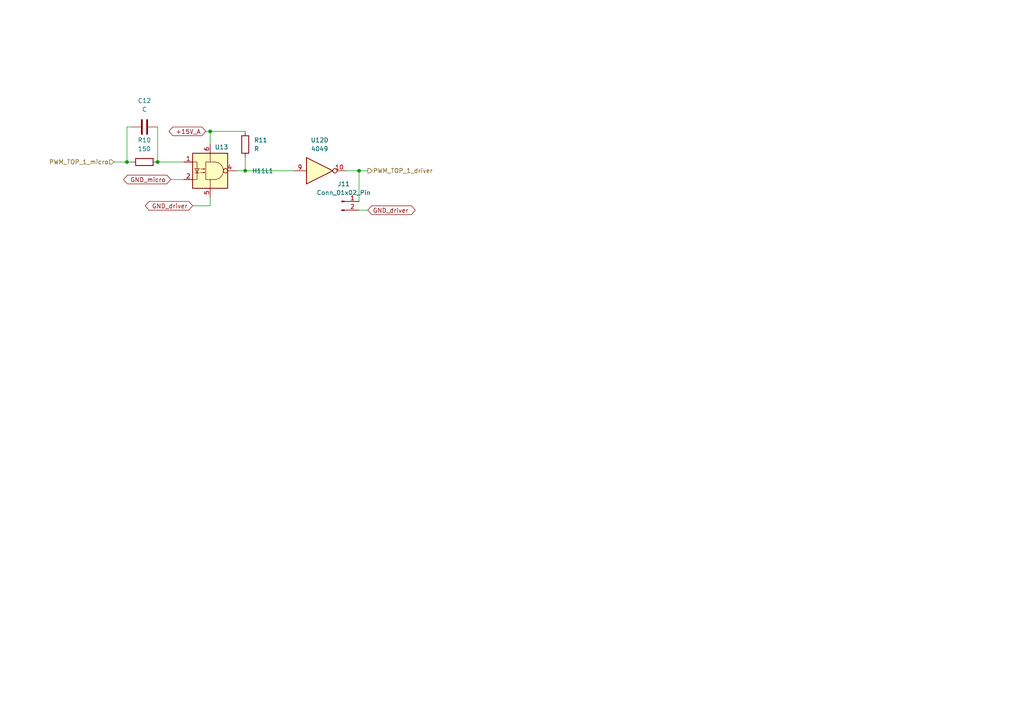
<source format=kicad_sch>
(kicad_sch (version 20231120) (generator "eeschema") (generator_version "8.0")
  (paper "A4")
  (lib_symbols
    (symbol "4xxx:4049" (pin_names (offset 1.016))
      (property "Reference" "U" (at 0 1.27 0))
      (property "Value" "4049" (at 0 -1.27 0))
      (symbol "4049_1_0"
        (polyline (pts (xy -3.81 3.81) (xy -3.81 -3.81) (xy 3.81 0) (xy -3.81 3.81)) (stroke (width 0.254)) (fill (type background)))
        (pin output inverted (at 7.62 0 180) (length 3.81) (name "~") (number "2"))
        (pin input line (at -7.62 0 0) (length 3.81) (name "~") (number "3"))
      )
      (symbol "4049_2_0"
        (polyline (pts (xy -3.81 3.81) (xy -3.81 -3.81) (xy 3.81 0) (xy -3.81 3.81)) (stroke (width 0.254)) (fill (type background)))
        (pin output inverted (at 7.62 0 180) (length 3.81) (name "~") (number "4"))
        (pin input line (at -7.62 0 0) (length 3.81) (name "~") (number "5"))
      )
      (symbol "4049_3_0"
        (polyline (pts (xy -3.81 3.81) (xy -3.81 -3.81) (xy 3.81 0) (xy -3.81 3.81)) (stroke (width 0.254)) (fill (type background)))
        (pin output inverted (at 7.62 0 180) (length 3.81) (name "~") (number "6"))
        (pin input line (at -7.62 0 0) (length 3.81) (name "~") (number "7"))
      )
      (symbol "4049_4_0"
        (polyline (pts (xy -3.81 3.81) (xy -3.81 -3.81) (xy 3.81 0) (xy -3.81 3.81)) (stroke (width 0.254)) (fill (type background)))
        (pin output inverted (at 7.62 0 180) (length 3.81) (name "~") (number "10"))
        (pin input line (at -7.62 0 0) (length 3.81) (name "~") (number "9"))
      )
      (symbol "4049_5_0"
        (polyline (pts (xy -3.81 3.81) (xy -3.81 -3.81) (xy 3.81 0) (xy -3.81 3.81)) (stroke (width 0.254)) (fill (type background)))
        (pin input line (at -7.62 0 0) (length 3.81) (name "~") (number "11"))
        (pin output inverted (at 7.62 0 180) (length 3.81) (name "~") (number "12"))
      )
      (symbol "4049_6_0"
        (polyline (pts (xy -3.81 3.81) (xy -3.81 -3.81) (xy 3.81 0) (xy -3.81 3.81)) (stroke (width 0.254)) (fill (type background)))
        (pin input line (at -7.62 0 0) (length 3.81) (name "~") (number "14"))
        (pin output inverted (at 7.62 0 180) (length 3.81) (name "~") (number "15"))
      )
      (symbol "4049_7_0"
        (pin power_in line (at 0 12.7 270) (length 5.08) (name "VCC") (number "1"))
        (pin power_in line (at 0 -12.7 90) (length 5.08) (name "VSS") (number "8"))
      )
      (symbol "4049_7_1"
        (rectangle (start -5.08 7.62) (end 5.08 -7.62) (stroke (width 0.254)) (fill (type background)))
      )
    )
    (symbol "Connector:Conn_01x02_Pin" (pin_names (offset 1.016) hide)
      (property "Reference" "J" (at 0 2.54 0))
      (property "Value" "Conn_01x02_Pin" (at 0 -5.08 0))
      (symbol "Conn_01x02_Pin_1_1"
        (polyline (pts (xy 1.27 -2.54) (xy 0.8636 -2.54)) (stroke (width 0.1524)))
        (polyline (pts (xy 1.27 0) (xy 0.8636 0)) (stroke (width 0.1524)))
        (rectangle (start 0.8636 -2.413) (end 0 -2.667) (stroke (width 0.1524)) (fill (type outline)))
        (rectangle (start 0.8636 0.127) (end 0 -0.127) (stroke (width 0.1524)) (fill (type outline)))
        (pin passive line (at 5.08 0 180) (length 3.81) (name "Pin_1") (number "1"))
        (pin passive line (at 5.08 -2.54 180) (length 3.81) (name "Pin_2") (number "2"))
      )
    )
    (symbol "Device:C" (pin_numbers hide) (pin_names (offset 0.254))
      (property "Reference" "C" (at 0.635 2.54 0))
      (property "Value" "C" (at 0.635 -2.54 0))
      (symbol "C_0_1"
        (polyline (pts (xy -2.032 -0.762) (xy 2.032 -0.762)) (stroke (width 0.508)))
        (polyline (pts (xy -2.032 0.762) (xy 2.032 0.762)) (stroke (width 0.508)))
      )
      (symbol "C_1_1"
        (pin passive line (at 0 3.81 270) (length 2.794) (name "~") (number "1"))
        (pin passive line (at 0 -3.81 90) (length 2.794) (name "~") (number "2"))
      )
    )
    (symbol "Device:R" (pin_numbers hide) (pin_names (offset 0))
      (property "Reference" "R" (at 2.032 0 90))
      (property "Value" "R" (at 0 0 90))
      (symbol "R_0_1"
        (rectangle (start -1.016 -2.54) (end 1.016 2.54) (stroke (width 0.254)))
      )
      (symbol "R_1_1"
        (pin passive line (at 0 3.81 270) (length 1.27) (name "~") (number "1"))
        (pin passive line (at 0 -3.81 90) (length 1.27) (name "~") (number "2"))
      )
    )
    (symbol "Isolator:H11L1" (pin_names (offset 1.016))
      (property "Reference" "U" (at 1.27 8.89 0))
      (property "Value" "H11L1" (at 1.27 6.35 0))
      (symbol "H11L1_0_1"
        (rectangle (start -5.08 5.08) (end 5.08 -5.08) (stroke (width 0.254)) (fill (type background)))
        (polyline (pts (xy -4.445 -0.635) (xy -3.175 -0.635)))
        (polyline (pts (xy 0 2.54) (xy 0 5.08)))
        (polyline (pts (xy 0 -2.54) (xy 0 -5.08) (xy 0 -3.81)))
        (polyline (pts (xy -5.08 -2.54) (xy -3.81 -2.54) (xy -3.81 2.54) (xy -5.08 2.54)))
        (polyline (pts (xy -3.81 -0.635) (xy -4.445 0.635) (xy -3.175 0.635) (xy -3.81 -0.635)))
        (polyline (pts (xy 1.27 -2.54) (xy -1.27 -2.54) (xy -1.27 2.54) (xy 1.27 2.54)))
        (polyline (pts (xy -2.794 -0.508) (xy -1.524 -0.508) (xy -1.905 -0.635) (xy -1.905 -0.381) (xy -1.524 -0.508)))
        (polyline (pts (xy -2.794 0.508) (xy -1.524 0.508) (xy -1.905 0.381) (xy -1.905 0.635) (xy -1.524 0.508)))
        (arc (start 1.27 -2.54) (mid 3.799 0) (end 1.27 2.54))
      )
      (symbol "H11L1_1_1"
        (pin passive line (at -7.62 2.54 0) (length 2.54) (name "~") (number "1"))
        (pin passive line (at -7.62 -2.54 0) (length 2.54) (name "~") (number "2"))
        (pin no_connect line (at -5.08 0 0) (length 2.54) hide (name "~") (number "3"))
        (pin output inverted (at 7.62 0 180) (length 3.81) (name "~") (number "4"))
        (pin power_in line (at 0 -7.62 90) (length 2.54) (name "~") (number "5"))
        (pin power_in line (at 0 7.62 270) (length 2.54) (name "~") (number "6"))
      )
    )
  )
  (junction (at 104.14 49.53))
  (junction (at 71.12 49.53))
  (junction (at 45.72 46.99))
  (junction (at 36.83 46.99))
  (junction (at 60.96 38.1))
  (wire (pts (xy 104.14 60.96) (xy 106.68 60.96)))
  (wire (pts (xy 53.34 52.07) (xy 49.53 52.07)))
  (wire (pts (xy 45.6866 46.99) (xy 45.72 46.99)))
  (wire (pts (xy 45.72 36.83) (xy 45.72 46.99)))
  (wire (pts (xy 68.58 49.53) (xy 71.12 49.53)))
  (wire (pts (xy 104.14 49.53) (xy 104.14 58.42)))
  (wire (pts (xy 55.88 59.69) (xy 60.96 59.69)))
  (wire (pts (xy 71.12 38.1) (xy 60.96 38.1)))
  (wire (pts (xy 59.69 38.1) (xy 60.96 38.1)))
  (wire (pts (xy 60.96 38.1) (xy 60.96 41.91)))
  (wire (pts (xy 38.0666 46.99) (xy 36.83 46.99)))
  (wire (pts (xy 104.14 49.53) (xy 100.33 49.53)))
  (wire (pts (xy 71.12 45.72) (xy 71.12 49.53)))
  (wire (pts (xy 38.1 36.83) (xy 36.83 36.83)))
  (wire (pts (xy 60.96 59.69) (xy 60.96 57.15)))
  (wire (pts (xy 36.83 46.99) (xy 33.02 46.99)))
  (wire (pts (xy 71.12 49.53) (xy 85.09 49.53)))
  (wire (pts (xy 36.83 36.83) (xy 36.83 46.99)))
  (wire (pts (xy 45.72 46.99) (xy 53.34 46.99)))
  (wire (pts (xy 104.14 49.53) (xy 106.68 49.53)))
  (global_label "GND_micro" (shape bidirectional) (at 49.53 52.07 180) (property "Intersheetrefs" "${INTERSHEET_REFS}" (effects (hide yes))))
  (global_label "+15V_A" (shape bidirectional) (at 59.69 38.1 180) (property "Intersheetrefs" "${INTERSHEET_REFS}" (effects (hide yes))))
  (global_label "GND_driver" (shape bidirectional) (at 55.88 59.69 180) (property "Intersheetrefs" "${INTERSHEET_REFS}" (effects (hide yes))))
  (global_label "GND_driver" (shape bidirectional) (at 106.68 60.96 0) (property "Intersheetrefs" "${INTERSHEET_REFS}" (effects (hide yes))))
  (hierarchical_label "PWM_TOP_1_driver" (shape output) (at 106.68 49.53 0))
  (hierarchical_label "PWM_TOP_1_micro" (shape input) (at 33.02 46.99 180))
  (symbol (lib_id "Connector:Conn_01x02_Pin") (at 99.06 58.42 0) (unit 1)
    (property "Reference" "J11" (at 99.695 53.34 0))
    (property "Value" "Conn_01x02_Pin" (at 99.695 55.88 0))
    (property "Description" "Generic connector, single row, 01x02, script generated" (effects (hide yes)))
  )
  (symbol (lib_id "Isolator:H11L1") (at 60.96 49.53 0) (unit 1)
    (property "Reference" "U13" (at 64.262 42.672 0))
    (property "Value" "H11L1" (at 76.2 49.5614 0))
    (property "Datasheet" "https://www.onsemi.com/pub/Collateral/H11L3M-D.PDF" (effects (hide yes)))
    (property "Description" "Schmitt Trigger Output Optocoupler, High Speed, DIP-6, 1.6mA turn on threshold" (effects (hide yes)))
  )
  (symbol (lib_id "Device:C") (at 41.91 36.83 90) (unit 1)
    (property "Reference" "C12" (at 41.91 29.21 90))
    (property "Value" "C" (at 41.91 31.75 90))
    (property "Description" "Unpolarized capacitor" (effects (hide yes)))
  )
  (symbol (lib_id "Device:R") (at 71.12 41.91 0) (unit 1)
    (property "Reference" "R11" (at 73.66 40.6399 0) (effects (justify left)))
    (property "Value" "R" (at 73.66 43.1799 0) (effects (justify left)))
    (property "Description" "Resistor" (effects (hide yes)))
  )
  (symbol (lib_id "4xxx:4049") (at 92.71 49.53 0) (unit 4)
    (property "Reference" "U12" (at 92.71 40.64 0))
    (property "Value" "4049" (at 92.71 43.18 0))
    (property "Datasheet" "http://www.intersil.com/content/dam/intersil/documents/cd40/cd4049ubms.pdf" (effects (hide yes)))
    (property "Description" "Hex Buffer Inverter" (effects (hide yes)))
  )
  (symbol (lib_id "Device:R") (at 41.8766 46.99 90) (unit 1)
    (property "Reference" "R10" (at 41.8766 40.64 90))
    (property "Value" "150" (at 41.8766 43.18 90))
    (property "Description" "Resistor" (effects (hide yes)))
  )
)
</source>
